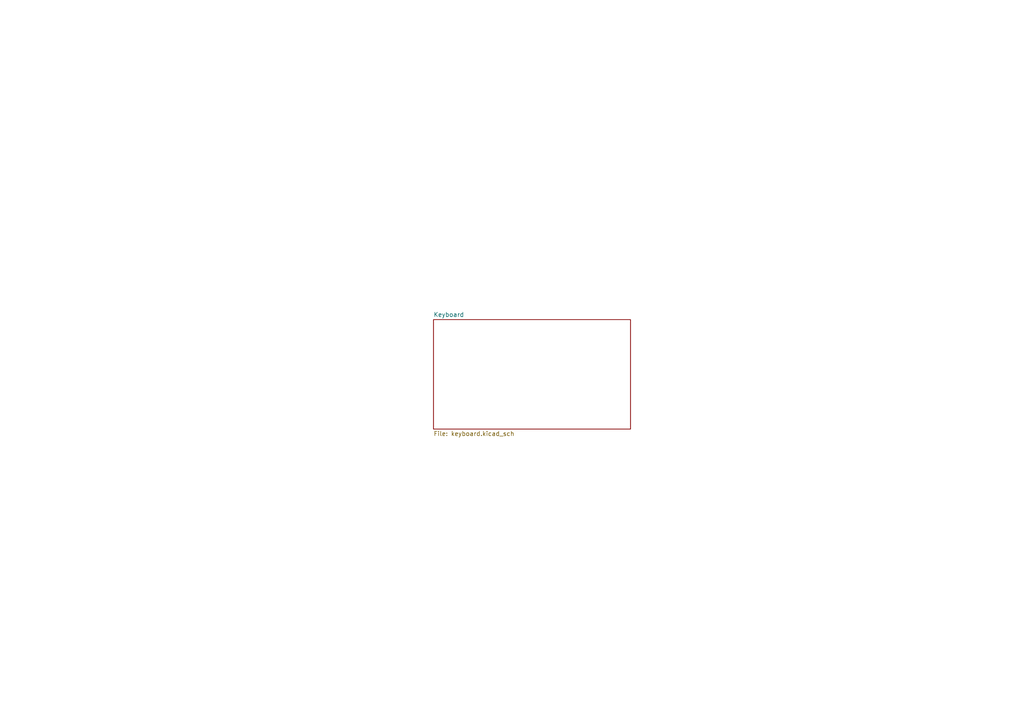
<source format=kicad_sch>
(kicad_sch (version 20211123) (generator eeschema)
  (paper "A4")
  (lib_symbols)
  (sheet (at 125.73 92.71) (size 57.15 31.75) (stroke (width 0.1524))
    (property "Sheet name" "Keyboard" (at 125.73 91.9984 0) (effects (justify left bottom)))
    (property "Sheet file" "keyboard.kicad_sch" (at 125.73 125.0446 0) (effects (justify left top)))
  )
)
</source>
